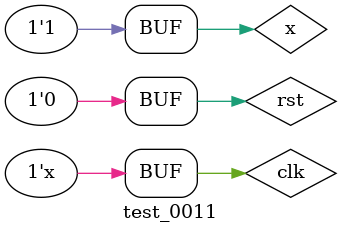
<source format=v>
module Sequence0011(clk,rst,x,y);
input x,rst,clk;
output reg y;
reg [1:0]ps;
reg [1:0]ns;
always@(posedge clk)
begin
  if(rst==1) begin y=0; ps=2'b00; ns=2'b00; end
  else
    begin
    ps=ns;
    case(ps)
    2'b00:
    begin
      if(x==0) begin ns=2'b01; y=0; end
      else begin ns=2'b00; y=0; end
    end
    2'b01:
    begin
      if(x==0) begin ns=2'b10; y=0; end
      else begin ns=2'b00; y=0; end
    end
    2'b10:
    begin
      if(x==0) begin ns=2'b10; y=0; end
      else begin ns=2'b11; y=0; end
    end
    2'b11:
    begin
      if(x==0) begin ns=2'b01; y=0; end
      else begin ns=2'b00; y=1; end
    end
    endcase
    end
end
endmodule

module test_0011();
reg clk,rst,x;
wire y;
Sequence0011 I1(clk,rst,x,y);
initial
begin
  clk=1;
  rst=1;
  #20 rst=0;
end
always #5 clk=~clk;
initial
begin
  x=1; #10;
  x=1; #10;
  x=0; #10;
  x=0; #10;
  x=1; #10;
  x=1; #10;
  x=0; #10;
  x=1; #10;
  x=0; #10;
  x=0; #10;
  x=1; #10;
  x=1; #10;
end
endmodule



</source>
